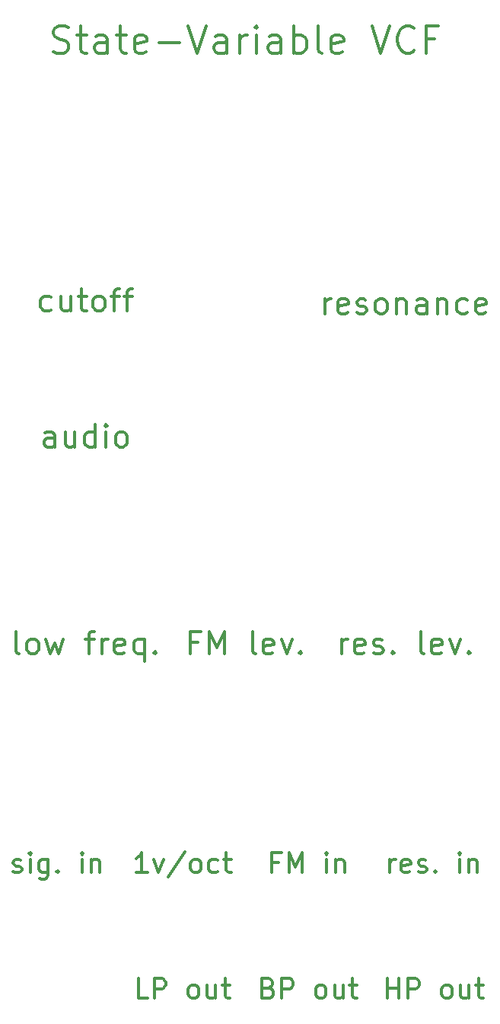
<source format=gto>
G04 #@! TF.GenerationSoftware,KiCad,Pcbnew,5.1.10-88a1d61d58~88~ubuntu20.04.1*
G04 #@! TF.CreationDate,2021-06-12T13:15:57-04:00*
G04 #@! TF.ProjectId,front_panel,66726f6e-745f-4706-916e-656c2e6b6963,0*
G04 #@! TF.SameCoordinates,Original*
G04 #@! TF.FileFunction,Legend,Top*
G04 #@! TF.FilePolarity,Positive*
%FSLAX46Y46*%
G04 Gerber Fmt 4.6, Leading zero omitted, Abs format (unit mm)*
G04 Created by KiCad (PCBNEW 5.1.10-88a1d61d58~88~ubuntu20.04.1) date 2021-06-12 13:15:57*
%MOMM*%
%LPD*%
G01*
G04 APERTURE LIST*
%ADD10C,0.300000*%
%ADD11C,5.700000*%
G04 APERTURE END LIST*
D10*
X9067619Y-54030952D02*
X9067619Y-52721428D01*
X8948571Y-52483333D01*
X8710476Y-52364285D01*
X8234285Y-52364285D01*
X7996190Y-52483333D01*
X9067619Y-53911904D02*
X8829523Y-54030952D01*
X8234285Y-54030952D01*
X7996190Y-53911904D01*
X7877142Y-53673809D01*
X7877142Y-53435714D01*
X7996190Y-53197619D01*
X8234285Y-53078571D01*
X8829523Y-53078571D01*
X9067619Y-52959523D01*
X11329523Y-52364285D02*
X11329523Y-54030952D01*
X10258095Y-52364285D02*
X10258095Y-53673809D01*
X10377142Y-53911904D01*
X10615238Y-54030952D01*
X10972380Y-54030952D01*
X11210476Y-53911904D01*
X11329523Y-53792857D01*
X13591428Y-54030952D02*
X13591428Y-51530952D01*
X13591428Y-53911904D02*
X13353333Y-54030952D01*
X12877142Y-54030952D01*
X12639047Y-53911904D01*
X12520000Y-53792857D01*
X12400952Y-53554761D01*
X12400952Y-52840476D01*
X12520000Y-52602380D01*
X12639047Y-52483333D01*
X12877142Y-52364285D01*
X13353333Y-52364285D01*
X13591428Y-52483333D01*
X14781904Y-54030952D02*
X14781904Y-52364285D01*
X14781904Y-51530952D02*
X14662857Y-51650000D01*
X14781904Y-51769047D01*
X14900952Y-51650000D01*
X14781904Y-51530952D01*
X14781904Y-51769047D01*
X16329523Y-54030952D02*
X16091428Y-53911904D01*
X15972380Y-53792857D01*
X15853333Y-53554761D01*
X15853333Y-52840476D01*
X15972380Y-52602380D01*
X16091428Y-52483333D01*
X16329523Y-52364285D01*
X16686666Y-52364285D01*
X16924761Y-52483333D01*
X17043809Y-52602380D01*
X17162857Y-52840476D01*
X17162857Y-53554761D01*
X17043809Y-53792857D01*
X16924761Y-53911904D01*
X16686666Y-54030952D01*
X16329523Y-54030952D01*
X5139047Y-77030952D02*
X4900952Y-76911904D01*
X4781904Y-76673809D01*
X4781904Y-74530952D01*
X6448571Y-77030952D02*
X6210476Y-76911904D01*
X6091428Y-76792857D01*
X5972380Y-76554761D01*
X5972380Y-75840476D01*
X6091428Y-75602380D01*
X6210476Y-75483333D01*
X6448571Y-75364285D01*
X6805714Y-75364285D01*
X7043809Y-75483333D01*
X7162857Y-75602380D01*
X7281904Y-75840476D01*
X7281904Y-76554761D01*
X7162857Y-76792857D01*
X7043809Y-76911904D01*
X6805714Y-77030952D01*
X6448571Y-77030952D01*
X8115238Y-75364285D02*
X8591428Y-77030952D01*
X9067619Y-75840476D01*
X9543809Y-77030952D01*
X10020000Y-75364285D01*
X12520000Y-75364285D02*
X13472380Y-75364285D01*
X12877142Y-77030952D02*
X12877142Y-74888095D01*
X12996190Y-74650000D01*
X13234285Y-74530952D01*
X13472380Y-74530952D01*
X14305714Y-77030952D02*
X14305714Y-75364285D01*
X14305714Y-75840476D02*
X14424761Y-75602380D01*
X14543809Y-75483333D01*
X14781904Y-75364285D01*
X15020000Y-75364285D01*
X16805714Y-76911904D02*
X16567619Y-77030952D01*
X16091428Y-77030952D01*
X15853333Y-76911904D01*
X15734285Y-76673809D01*
X15734285Y-75721428D01*
X15853333Y-75483333D01*
X16091428Y-75364285D01*
X16567619Y-75364285D01*
X16805714Y-75483333D01*
X16924761Y-75721428D01*
X16924761Y-75959523D01*
X15734285Y-76197619D01*
X19067619Y-75364285D02*
X19067619Y-77864285D01*
X19067619Y-76911904D02*
X18829523Y-77030952D01*
X18353333Y-77030952D01*
X18115238Y-76911904D01*
X17996190Y-76792857D01*
X17877142Y-76554761D01*
X17877142Y-75840476D01*
X17996190Y-75602380D01*
X18115238Y-75483333D01*
X18353333Y-75364285D01*
X18829523Y-75364285D01*
X19067619Y-75483333D01*
X20258095Y-76792857D02*
X20377142Y-76911904D01*
X20258095Y-77030952D01*
X20139047Y-76911904D01*
X20258095Y-76792857D01*
X20258095Y-77030952D01*
X46069285Y-115295238D02*
X46069285Y-113095238D01*
X46069285Y-114142857D02*
X47326428Y-114142857D01*
X47326428Y-115295238D02*
X47326428Y-113095238D01*
X48374047Y-115295238D02*
X48374047Y-113095238D01*
X49212142Y-113095238D01*
X49421666Y-113200000D01*
X49526428Y-113304761D01*
X49631190Y-113514285D01*
X49631190Y-113828571D01*
X49526428Y-114038095D01*
X49421666Y-114142857D01*
X49212142Y-114247619D01*
X48374047Y-114247619D01*
X52564523Y-115295238D02*
X52355000Y-115190476D01*
X52250238Y-115085714D01*
X52145476Y-114876190D01*
X52145476Y-114247619D01*
X52250238Y-114038095D01*
X52355000Y-113933333D01*
X52564523Y-113828571D01*
X52878809Y-113828571D01*
X53088333Y-113933333D01*
X53193095Y-114038095D01*
X53297857Y-114247619D01*
X53297857Y-114876190D01*
X53193095Y-115085714D01*
X53088333Y-115190476D01*
X52878809Y-115295238D01*
X52564523Y-115295238D01*
X55183571Y-113828571D02*
X55183571Y-115295238D01*
X54240714Y-113828571D02*
X54240714Y-114980952D01*
X54345476Y-115190476D01*
X54555000Y-115295238D01*
X54869285Y-115295238D01*
X55078809Y-115190476D01*
X55183571Y-115085714D01*
X55916904Y-113828571D02*
X56755000Y-113828571D01*
X56231190Y-113095238D02*
X56231190Y-114980952D01*
X56335952Y-115190476D01*
X56545476Y-115295238D01*
X56755000Y-115295238D01*
X32885000Y-114142857D02*
X33199285Y-114247619D01*
X33304047Y-114352380D01*
X33408809Y-114561904D01*
X33408809Y-114876190D01*
X33304047Y-115085714D01*
X33199285Y-115190476D01*
X32989761Y-115295238D01*
X32151666Y-115295238D01*
X32151666Y-113095238D01*
X32885000Y-113095238D01*
X33094523Y-113200000D01*
X33199285Y-113304761D01*
X33304047Y-113514285D01*
X33304047Y-113723809D01*
X33199285Y-113933333D01*
X33094523Y-114038095D01*
X32885000Y-114142857D01*
X32151666Y-114142857D01*
X34351666Y-115295238D02*
X34351666Y-113095238D01*
X35189761Y-113095238D01*
X35399285Y-113200000D01*
X35504047Y-113304761D01*
X35608809Y-113514285D01*
X35608809Y-113828571D01*
X35504047Y-114038095D01*
X35399285Y-114142857D01*
X35189761Y-114247619D01*
X34351666Y-114247619D01*
X38542142Y-115295238D02*
X38332619Y-115190476D01*
X38227857Y-115085714D01*
X38123095Y-114876190D01*
X38123095Y-114247619D01*
X38227857Y-114038095D01*
X38332619Y-113933333D01*
X38542142Y-113828571D01*
X38856428Y-113828571D01*
X39065952Y-113933333D01*
X39170714Y-114038095D01*
X39275476Y-114247619D01*
X39275476Y-114876190D01*
X39170714Y-115085714D01*
X39065952Y-115190476D01*
X38856428Y-115295238D01*
X38542142Y-115295238D01*
X41161190Y-113828571D02*
X41161190Y-115295238D01*
X40218333Y-113828571D02*
X40218333Y-114980952D01*
X40323095Y-115190476D01*
X40532619Y-115295238D01*
X40846904Y-115295238D01*
X41056428Y-115190476D01*
X41161190Y-115085714D01*
X41894523Y-113828571D02*
X42732619Y-113828571D01*
X42208809Y-113095238D02*
X42208809Y-114980952D01*
X42313571Y-115190476D01*
X42523095Y-115295238D01*
X42732619Y-115295238D01*
X8942857Y-10104285D02*
X9371428Y-10247142D01*
X10085714Y-10247142D01*
X10371428Y-10104285D01*
X10514285Y-9961428D01*
X10657142Y-9675714D01*
X10657142Y-9390000D01*
X10514285Y-9104285D01*
X10371428Y-8961428D01*
X10085714Y-8818571D01*
X9514285Y-8675714D01*
X9228571Y-8532857D01*
X9085714Y-8390000D01*
X8942857Y-8104285D01*
X8942857Y-7818571D01*
X9085714Y-7532857D01*
X9228571Y-7390000D01*
X9514285Y-7247142D01*
X10228571Y-7247142D01*
X10657142Y-7390000D01*
X11514285Y-8247142D02*
X12657142Y-8247142D01*
X11942857Y-7247142D02*
X11942857Y-9818571D01*
X12085714Y-10104285D01*
X12371428Y-10247142D01*
X12657142Y-10247142D01*
X14942857Y-10247142D02*
X14942857Y-8675714D01*
X14800000Y-8390000D01*
X14514285Y-8247142D01*
X13942857Y-8247142D01*
X13657142Y-8390000D01*
X14942857Y-10104285D02*
X14657142Y-10247142D01*
X13942857Y-10247142D01*
X13657142Y-10104285D01*
X13514285Y-9818571D01*
X13514285Y-9532857D01*
X13657142Y-9247142D01*
X13942857Y-9104285D01*
X14657142Y-9104285D01*
X14942857Y-8961428D01*
X15942857Y-8247142D02*
X17085714Y-8247142D01*
X16371428Y-7247142D02*
X16371428Y-9818571D01*
X16514285Y-10104285D01*
X16800000Y-10247142D01*
X17085714Y-10247142D01*
X19228571Y-10104285D02*
X18942857Y-10247142D01*
X18371428Y-10247142D01*
X18085714Y-10104285D01*
X17942857Y-9818571D01*
X17942857Y-8675714D01*
X18085714Y-8390000D01*
X18371428Y-8247142D01*
X18942857Y-8247142D01*
X19228571Y-8390000D01*
X19371428Y-8675714D01*
X19371428Y-8961428D01*
X17942857Y-9247142D01*
X20657142Y-9104285D02*
X22942857Y-9104285D01*
X23942857Y-7247142D02*
X24942857Y-10247142D01*
X25942857Y-7247142D01*
X28228571Y-10247142D02*
X28228571Y-8675714D01*
X28085714Y-8390000D01*
X27800000Y-8247142D01*
X27228571Y-8247142D01*
X26942857Y-8390000D01*
X28228571Y-10104285D02*
X27942857Y-10247142D01*
X27228571Y-10247142D01*
X26942857Y-10104285D01*
X26800000Y-9818571D01*
X26800000Y-9532857D01*
X26942857Y-9247142D01*
X27228571Y-9104285D01*
X27942857Y-9104285D01*
X28228571Y-8961428D01*
X29657142Y-10247142D02*
X29657142Y-8247142D01*
X29657142Y-8818571D02*
X29800000Y-8532857D01*
X29942857Y-8390000D01*
X30228571Y-8247142D01*
X30514285Y-8247142D01*
X31514285Y-10247142D02*
X31514285Y-8247142D01*
X31514285Y-7247142D02*
X31371428Y-7390000D01*
X31514285Y-7532857D01*
X31657142Y-7390000D01*
X31514285Y-7247142D01*
X31514285Y-7532857D01*
X34228571Y-10247142D02*
X34228571Y-8675714D01*
X34085714Y-8390000D01*
X33800000Y-8247142D01*
X33228571Y-8247142D01*
X32942857Y-8390000D01*
X34228571Y-10104285D02*
X33942857Y-10247142D01*
X33228571Y-10247142D01*
X32942857Y-10104285D01*
X32800000Y-9818571D01*
X32800000Y-9532857D01*
X32942857Y-9247142D01*
X33228571Y-9104285D01*
X33942857Y-9104285D01*
X34228571Y-8961428D01*
X35657142Y-10247142D02*
X35657142Y-7247142D01*
X35657142Y-8390000D02*
X35942857Y-8247142D01*
X36514285Y-8247142D01*
X36800000Y-8390000D01*
X36942857Y-8532857D01*
X37085714Y-8818571D01*
X37085714Y-9675714D01*
X36942857Y-9961428D01*
X36800000Y-10104285D01*
X36514285Y-10247142D01*
X35942857Y-10247142D01*
X35657142Y-10104285D01*
X38800000Y-10247142D02*
X38514285Y-10104285D01*
X38371428Y-9818571D01*
X38371428Y-7247142D01*
X41085714Y-10104285D02*
X40800000Y-10247142D01*
X40228571Y-10247142D01*
X39942857Y-10104285D01*
X39800000Y-9818571D01*
X39800000Y-8675714D01*
X39942857Y-8390000D01*
X40228571Y-8247142D01*
X40800000Y-8247142D01*
X41085714Y-8390000D01*
X41228571Y-8675714D01*
X41228571Y-8961428D01*
X39800000Y-9247142D01*
X44371428Y-7247142D02*
X45371428Y-10247142D01*
X46371428Y-7247142D01*
X49085714Y-9961428D02*
X48942857Y-10104285D01*
X48514285Y-10247142D01*
X48228571Y-10247142D01*
X47800000Y-10104285D01*
X47514285Y-9818571D01*
X47371428Y-9532857D01*
X47228571Y-8961428D01*
X47228571Y-8532857D01*
X47371428Y-7961428D01*
X47514285Y-7675714D01*
X47800000Y-7390000D01*
X48228571Y-7247142D01*
X48514285Y-7247142D01*
X48942857Y-7390000D01*
X49085714Y-7532857D01*
X51371428Y-8675714D02*
X50371428Y-8675714D01*
X50371428Y-10247142D02*
X50371428Y-7247142D01*
X51800000Y-7247142D01*
X39151428Y-39230952D02*
X39151428Y-37564285D01*
X39151428Y-38040476D02*
X39270476Y-37802380D01*
X39389523Y-37683333D01*
X39627619Y-37564285D01*
X39865714Y-37564285D01*
X41651428Y-39111904D02*
X41413333Y-39230952D01*
X40937142Y-39230952D01*
X40699047Y-39111904D01*
X40580000Y-38873809D01*
X40580000Y-37921428D01*
X40699047Y-37683333D01*
X40937142Y-37564285D01*
X41413333Y-37564285D01*
X41651428Y-37683333D01*
X41770476Y-37921428D01*
X41770476Y-38159523D01*
X40580000Y-38397619D01*
X42722857Y-39111904D02*
X42960952Y-39230952D01*
X43437142Y-39230952D01*
X43675238Y-39111904D01*
X43794285Y-38873809D01*
X43794285Y-38754761D01*
X43675238Y-38516666D01*
X43437142Y-38397619D01*
X43080000Y-38397619D01*
X42841904Y-38278571D01*
X42722857Y-38040476D01*
X42722857Y-37921428D01*
X42841904Y-37683333D01*
X43080000Y-37564285D01*
X43437142Y-37564285D01*
X43675238Y-37683333D01*
X45222857Y-39230952D02*
X44984761Y-39111904D01*
X44865714Y-38992857D01*
X44746666Y-38754761D01*
X44746666Y-38040476D01*
X44865714Y-37802380D01*
X44984761Y-37683333D01*
X45222857Y-37564285D01*
X45580000Y-37564285D01*
X45818095Y-37683333D01*
X45937142Y-37802380D01*
X46056190Y-38040476D01*
X46056190Y-38754761D01*
X45937142Y-38992857D01*
X45818095Y-39111904D01*
X45580000Y-39230952D01*
X45222857Y-39230952D01*
X47127619Y-37564285D02*
X47127619Y-39230952D01*
X47127619Y-37802380D02*
X47246666Y-37683333D01*
X47484761Y-37564285D01*
X47841904Y-37564285D01*
X48080000Y-37683333D01*
X48199047Y-37921428D01*
X48199047Y-39230952D01*
X50460952Y-39230952D02*
X50460952Y-37921428D01*
X50341904Y-37683333D01*
X50103809Y-37564285D01*
X49627619Y-37564285D01*
X49389523Y-37683333D01*
X50460952Y-39111904D02*
X50222857Y-39230952D01*
X49627619Y-39230952D01*
X49389523Y-39111904D01*
X49270476Y-38873809D01*
X49270476Y-38635714D01*
X49389523Y-38397619D01*
X49627619Y-38278571D01*
X50222857Y-38278571D01*
X50460952Y-38159523D01*
X51651428Y-37564285D02*
X51651428Y-39230952D01*
X51651428Y-37802380D02*
X51770476Y-37683333D01*
X52008571Y-37564285D01*
X52365714Y-37564285D01*
X52603809Y-37683333D01*
X52722857Y-37921428D01*
X52722857Y-39230952D01*
X54984761Y-39111904D02*
X54746666Y-39230952D01*
X54270476Y-39230952D01*
X54032380Y-39111904D01*
X53913333Y-38992857D01*
X53794285Y-38754761D01*
X53794285Y-38040476D01*
X53913333Y-37802380D01*
X54032380Y-37683333D01*
X54270476Y-37564285D01*
X54746666Y-37564285D01*
X54984761Y-37683333D01*
X57008571Y-39111904D02*
X56770476Y-39230952D01*
X56294285Y-39230952D01*
X56056190Y-39111904D01*
X55937142Y-38873809D01*
X55937142Y-37921428D01*
X56056190Y-37683333D01*
X56294285Y-37564285D01*
X56770476Y-37564285D01*
X57008571Y-37683333D01*
X57127619Y-37921428D01*
X57127619Y-38159523D01*
X55937142Y-38397619D01*
X8710476Y-38811904D02*
X8472380Y-38930952D01*
X7996190Y-38930952D01*
X7758095Y-38811904D01*
X7639047Y-38692857D01*
X7520000Y-38454761D01*
X7520000Y-37740476D01*
X7639047Y-37502380D01*
X7758095Y-37383333D01*
X7996190Y-37264285D01*
X8472380Y-37264285D01*
X8710476Y-37383333D01*
X10853333Y-37264285D02*
X10853333Y-38930952D01*
X9781904Y-37264285D02*
X9781904Y-38573809D01*
X9900952Y-38811904D01*
X10139047Y-38930952D01*
X10496190Y-38930952D01*
X10734285Y-38811904D01*
X10853333Y-38692857D01*
X11686666Y-37264285D02*
X12639047Y-37264285D01*
X12043809Y-36430952D02*
X12043809Y-38573809D01*
X12162857Y-38811904D01*
X12400952Y-38930952D01*
X12639047Y-38930952D01*
X13829523Y-38930952D02*
X13591428Y-38811904D01*
X13472380Y-38692857D01*
X13353333Y-38454761D01*
X13353333Y-37740476D01*
X13472380Y-37502380D01*
X13591428Y-37383333D01*
X13829523Y-37264285D01*
X14186666Y-37264285D01*
X14424761Y-37383333D01*
X14543809Y-37502380D01*
X14662857Y-37740476D01*
X14662857Y-38454761D01*
X14543809Y-38692857D01*
X14424761Y-38811904D01*
X14186666Y-38930952D01*
X13829523Y-38930952D01*
X15377142Y-37264285D02*
X16329523Y-37264285D01*
X15734285Y-38930952D02*
X15734285Y-36788095D01*
X15853333Y-36550000D01*
X16091428Y-36430952D01*
X16329523Y-36430952D01*
X16805714Y-37264285D02*
X17758095Y-37264285D01*
X17162857Y-38930952D02*
X17162857Y-36788095D01*
X17281904Y-36550000D01*
X17520000Y-36430952D01*
X17758095Y-36430952D01*
X40996666Y-77030952D02*
X40996666Y-75364285D01*
X40996666Y-75840476D02*
X41115714Y-75602380D01*
X41234761Y-75483333D01*
X41472857Y-75364285D01*
X41710952Y-75364285D01*
X43496666Y-76911904D02*
X43258571Y-77030952D01*
X42782380Y-77030952D01*
X42544285Y-76911904D01*
X42425238Y-76673809D01*
X42425238Y-75721428D01*
X42544285Y-75483333D01*
X42782380Y-75364285D01*
X43258571Y-75364285D01*
X43496666Y-75483333D01*
X43615714Y-75721428D01*
X43615714Y-75959523D01*
X42425238Y-76197619D01*
X44568095Y-76911904D02*
X44806190Y-77030952D01*
X45282380Y-77030952D01*
X45520476Y-76911904D01*
X45639523Y-76673809D01*
X45639523Y-76554761D01*
X45520476Y-76316666D01*
X45282380Y-76197619D01*
X44925238Y-76197619D01*
X44687142Y-76078571D01*
X44568095Y-75840476D01*
X44568095Y-75721428D01*
X44687142Y-75483333D01*
X44925238Y-75364285D01*
X45282380Y-75364285D01*
X45520476Y-75483333D01*
X46710952Y-76792857D02*
X46830000Y-76911904D01*
X46710952Y-77030952D01*
X46591904Y-76911904D01*
X46710952Y-76792857D01*
X46710952Y-77030952D01*
X50163333Y-77030952D02*
X49925238Y-76911904D01*
X49806190Y-76673809D01*
X49806190Y-74530952D01*
X52068095Y-76911904D02*
X51830000Y-77030952D01*
X51353809Y-77030952D01*
X51115714Y-76911904D01*
X50996666Y-76673809D01*
X50996666Y-75721428D01*
X51115714Y-75483333D01*
X51353809Y-75364285D01*
X51830000Y-75364285D01*
X52068095Y-75483333D01*
X52187142Y-75721428D01*
X52187142Y-75959523D01*
X50996666Y-76197619D01*
X53020476Y-75364285D02*
X53615714Y-77030952D01*
X54210952Y-75364285D01*
X55163333Y-76792857D02*
X55282380Y-76911904D01*
X55163333Y-77030952D01*
X55044285Y-76911904D01*
X55163333Y-76792857D01*
X55163333Y-77030952D01*
X25002380Y-75721428D02*
X24169047Y-75721428D01*
X24169047Y-77030952D02*
X24169047Y-74530952D01*
X25359523Y-74530952D01*
X26311904Y-77030952D02*
X26311904Y-74530952D01*
X27145238Y-76316666D01*
X27978571Y-74530952D01*
X27978571Y-77030952D01*
X31430952Y-77030952D02*
X31192857Y-76911904D01*
X31073809Y-76673809D01*
X31073809Y-74530952D01*
X33335714Y-76911904D02*
X33097619Y-77030952D01*
X32621428Y-77030952D01*
X32383333Y-76911904D01*
X32264285Y-76673809D01*
X32264285Y-75721428D01*
X32383333Y-75483333D01*
X32621428Y-75364285D01*
X33097619Y-75364285D01*
X33335714Y-75483333D01*
X33454761Y-75721428D01*
X33454761Y-75959523D01*
X32264285Y-76197619D01*
X34288095Y-75364285D02*
X34883333Y-77030952D01*
X35478571Y-75364285D01*
X36430952Y-76792857D02*
X36550000Y-76911904D01*
X36430952Y-77030952D01*
X36311904Y-76911904D01*
X36430952Y-76792857D01*
X36430952Y-77030952D01*
X19438809Y-115295238D02*
X18391190Y-115295238D01*
X18391190Y-113095238D01*
X20172142Y-115295238D02*
X20172142Y-113095238D01*
X21010238Y-113095238D01*
X21219761Y-113200000D01*
X21324523Y-113304761D01*
X21429285Y-113514285D01*
X21429285Y-113828571D01*
X21324523Y-114038095D01*
X21219761Y-114142857D01*
X21010238Y-114247619D01*
X20172142Y-114247619D01*
X24362619Y-115295238D02*
X24153095Y-115190476D01*
X24048333Y-115085714D01*
X23943571Y-114876190D01*
X23943571Y-114247619D01*
X24048333Y-114038095D01*
X24153095Y-113933333D01*
X24362619Y-113828571D01*
X24676904Y-113828571D01*
X24886428Y-113933333D01*
X24991190Y-114038095D01*
X25095952Y-114247619D01*
X25095952Y-114876190D01*
X24991190Y-115085714D01*
X24886428Y-115190476D01*
X24676904Y-115295238D01*
X24362619Y-115295238D01*
X26981666Y-113828571D02*
X26981666Y-115295238D01*
X26038809Y-113828571D02*
X26038809Y-114980952D01*
X26143571Y-115190476D01*
X26353095Y-115295238D01*
X26667380Y-115295238D01*
X26876904Y-115190476D01*
X26981666Y-115085714D01*
X27715000Y-113828571D02*
X28553095Y-113828571D01*
X28029285Y-113095238D02*
X28029285Y-114980952D01*
X28134047Y-115190476D01*
X28343571Y-115295238D01*
X28553095Y-115295238D01*
X4473571Y-101220476D02*
X4683095Y-101325238D01*
X5102142Y-101325238D01*
X5311666Y-101220476D01*
X5416428Y-101010952D01*
X5416428Y-100906190D01*
X5311666Y-100696666D01*
X5102142Y-100591904D01*
X4787857Y-100591904D01*
X4578333Y-100487142D01*
X4473571Y-100277619D01*
X4473571Y-100172857D01*
X4578333Y-99963333D01*
X4787857Y-99858571D01*
X5102142Y-99858571D01*
X5311666Y-99963333D01*
X6359285Y-101325238D02*
X6359285Y-99858571D01*
X6359285Y-99125238D02*
X6254523Y-99230000D01*
X6359285Y-99334761D01*
X6464047Y-99230000D01*
X6359285Y-99125238D01*
X6359285Y-99334761D01*
X8349761Y-99858571D02*
X8349761Y-101639523D01*
X8245000Y-101849047D01*
X8140238Y-101953809D01*
X7930714Y-102058571D01*
X7616428Y-102058571D01*
X7406904Y-101953809D01*
X8349761Y-101220476D02*
X8140238Y-101325238D01*
X7721190Y-101325238D01*
X7511666Y-101220476D01*
X7406904Y-101115714D01*
X7302142Y-100906190D01*
X7302142Y-100277619D01*
X7406904Y-100068095D01*
X7511666Y-99963333D01*
X7721190Y-99858571D01*
X8140238Y-99858571D01*
X8349761Y-99963333D01*
X9397380Y-101115714D02*
X9502142Y-101220476D01*
X9397380Y-101325238D01*
X9292619Y-101220476D01*
X9397380Y-101115714D01*
X9397380Y-101325238D01*
X12121190Y-101325238D02*
X12121190Y-99858571D01*
X12121190Y-99125238D02*
X12016428Y-99230000D01*
X12121190Y-99334761D01*
X12225952Y-99230000D01*
X12121190Y-99125238D01*
X12121190Y-99334761D01*
X13168809Y-99858571D02*
X13168809Y-101325238D01*
X13168809Y-100068095D02*
X13273571Y-99963333D01*
X13483095Y-99858571D01*
X13797380Y-99858571D01*
X14006904Y-99963333D01*
X14111666Y-100172857D01*
X14111666Y-101325238D01*
X46383571Y-101325238D02*
X46383571Y-99858571D01*
X46383571Y-100277619D02*
X46488333Y-100068095D01*
X46593095Y-99963333D01*
X46802619Y-99858571D01*
X47012142Y-99858571D01*
X48583571Y-101220476D02*
X48374047Y-101325238D01*
X47955000Y-101325238D01*
X47745476Y-101220476D01*
X47640714Y-101010952D01*
X47640714Y-100172857D01*
X47745476Y-99963333D01*
X47955000Y-99858571D01*
X48374047Y-99858571D01*
X48583571Y-99963333D01*
X48688333Y-100172857D01*
X48688333Y-100382380D01*
X47640714Y-100591904D01*
X49526428Y-101220476D02*
X49735952Y-101325238D01*
X50155000Y-101325238D01*
X50364523Y-101220476D01*
X50469285Y-101010952D01*
X50469285Y-100906190D01*
X50364523Y-100696666D01*
X50155000Y-100591904D01*
X49840714Y-100591904D01*
X49631190Y-100487142D01*
X49526428Y-100277619D01*
X49526428Y-100172857D01*
X49631190Y-99963333D01*
X49840714Y-99858571D01*
X50155000Y-99858571D01*
X50364523Y-99963333D01*
X51412142Y-101115714D02*
X51516904Y-101220476D01*
X51412142Y-101325238D01*
X51307380Y-101220476D01*
X51412142Y-101115714D01*
X51412142Y-101325238D01*
X54135952Y-101325238D02*
X54135952Y-99858571D01*
X54135952Y-99125238D02*
X54031190Y-99230000D01*
X54135952Y-99334761D01*
X54240714Y-99230000D01*
X54135952Y-99125238D01*
X54135952Y-99334761D01*
X55183571Y-99858571D02*
X55183571Y-101325238D01*
X55183571Y-100068095D02*
X55288333Y-99963333D01*
X55497857Y-99858571D01*
X55812142Y-99858571D01*
X56021666Y-99963333D01*
X56126428Y-100172857D01*
X56126428Y-101325238D01*
X33985000Y-100172857D02*
X33251666Y-100172857D01*
X33251666Y-101325238D02*
X33251666Y-99125238D01*
X34299285Y-99125238D01*
X35137380Y-101325238D02*
X35137380Y-99125238D01*
X35870714Y-100696666D01*
X36604047Y-99125238D01*
X36604047Y-101325238D01*
X39327857Y-101325238D02*
X39327857Y-99858571D01*
X39327857Y-99125238D02*
X39223095Y-99230000D01*
X39327857Y-99334761D01*
X39432619Y-99230000D01*
X39327857Y-99125238D01*
X39327857Y-99334761D01*
X40375476Y-99858571D02*
X40375476Y-101325238D01*
X40375476Y-100068095D02*
X40480238Y-99963333D01*
X40689761Y-99858571D01*
X41004047Y-99858571D01*
X41213571Y-99963333D01*
X41318333Y-100172857D01*
X41318333Y-101325238D01*
X19386428Y-101325238D02*
X18129285Y-101325238D01*
X18757857Y-101325238D02*
X18757857Y-99125238D01*
X18548333Y-99439523D01*
X18338809Y-99649047D01*
X18129285Y-99753809D01*
X20119761Y-99858571D02*
X20643571Y-101325238D01*
X21167380Y-99858571D01*
X23576904Y-99020476D02*
X21691190Y-101849047D01*
X24624523Y-101325238D02*
X24415000Y-101220476D01*
X24310238Y-101115714D01*
X24205476Y-100906190D01*
X24205476Y-100277619D01*
X24310238Y-100068095D01*
X24415000Y-99963333D01*
X24624523Y-99858571D01*
X24938809Y-99858571D01*
X25148333Y-99963333D01*
X25253095Y-100068095D01*
X25357857Y-100277619D01*
X25357857Y-100906190D01*
X25253095Y-101115714D01*
X25148333Y-101220476D01*
X24938809Y-101325238D01*
X24624523Y-101325238D01*
X27243571Y-101220476D02*
X27034047Y-101325238D01*
X26615000Y-101325238D01*
X26405476Y-101220476D01*
X26300714Y-101115714D01*
X26195952Y-100906190D01*
X26195952Y-100277619D01*
X26300714Y-100068095D01*
X26405476Y-99963333D01*
X26615000Y-99858571D01*
X27034047Y-99858571D01*
X27243571Y-99963333D01*
X27872142Y-99858571D02*
X28710238Y-99858571D01*
X28186428Y-99125238D02*
X28186428Y-101010952D01*
X28291190Y-101220476D01*
X28500714Y-101325238D01*
X28710238Y-101325238D01*
%LPC*%
D11*
X53220000Y-125500000D03*
X53220000Y-3000000D03*
X7500000Y-125500000D03*
X7500000Y-3000000D03*
M02*

</source>
